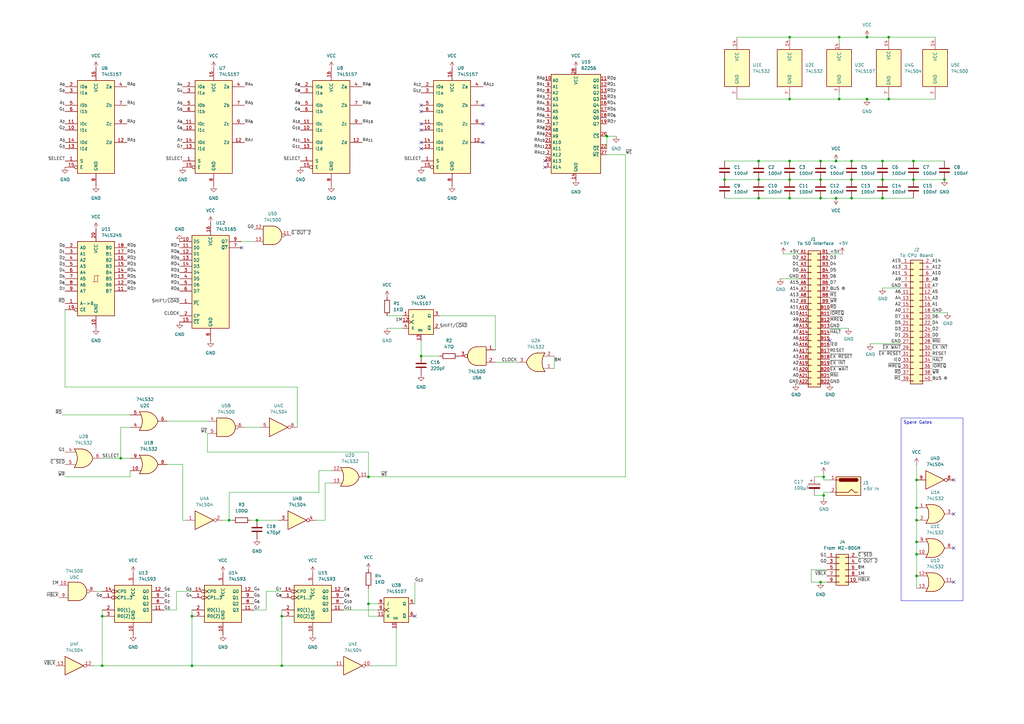
<source format=kicad_sch>
(kicad_sch (version 20250114) (generator "eeschema") (generator_version "9.0")
  (paper "A3")
  (title_block (title "Sharp MZ-80B Graphics RAM (2) + SD Interface") (date "13/FEB/2026") (rev "A") (company "Brett Hallen") (comment 1 "(Customised for MZ-80B without Extension Unit)") (comment 3 "https://github.com/yanataka60/MZ-2000_SD") (comment 4 "Original design & hard work"))
  (text_box "Spare Gates" (at 369.57 171.45 0) (size 25.4 74.93) (margins 0.9525 0.9525 0.9525 0.9525) (effects (font (size 1.27 1.27)) (justify left top)))
  (junction (at 115.57 273.05))
  (junction (at 349.25 81.28))
  (junction (at 361.95 66.04))
  (junction (at 342.9 81.28))
  (junction (at 375.92 208.28))
  (junction (at 349.25 73.66))
  (junction (at 151.13 247.65))
  (junction (at 323.85 15.24))
  (junction (at 344.17 40.64))
  (junction (at 349.25 66.04))
  (junction (at 311.15 81.28))
  (junction (at 41.91 273.05))
  (junction (at 374.65 66.04))
  (junction (at 364.49 40.64))
  (junction (at 337.82 195.58))
  (junction (at 344.17 15.24))
  (junction (at 337.82 203.2))
  (junction (at 172.72 146.05))
  (junction (at 342.9 66.04))
  (junction (at 49.53 187.96))
  (junction (at 364.49 15.24))
  (junction (at 336.55 66.04))
  (junction (at 355.6 15.24))
  (junction (at 374.65 73.66))
  (junction (at 151.13 195.58))
  (junction (at 375.92 236.22))
  (junction (at 355.6 40.64))
  (junction (at 375.92 227.33))
  (junction (at 375.92 222.25))
  (junction (at 375.92 213.36))
  (junction (at 323.85 73.66))
  (junction (at 93.98 213.36))
  (junction (at 361.95 81.28))
  (junction (at 361.95 73.66))
  (junction (at 311.15 73.66))
  (junction (at 387.35 73.66))
  (junction (at 336.55 73.66))
  (junction (at 323.85 81.28))
  (junction (at 375.92 196.85))
  (junction (at 336.55 81.28))
  (junction (at 297.18 73.66))
  (junction (at 248.92 55.88))
  (junction (at 115.57 252.73))
  (junction (at 323.85 40.64))
  (junction (at 311.15 66.04))
  (junction (at 78.74 273.05))
  (junction (at 105.41 213.36))
  (junction (at 336.55 238.76))
  (junction (at 323.85 66.04))
  (junction (at 78.74 252.73))
  (junction (at 41.91 252.73))
  (no_connect (at 391.16 196.85))
  (no_connect (at 198.12 58.42))
  (no_connect (at 198.12 43.18))
  (no_connect (at 172.72 58.42))
  (no_connect (at 391.16 238.76))
  (no_connect (at 340.36 139.7))
  (no_connect (at 172.72 53.34))
  (no_connect (at 172.72 60.96))
  (no_connect (at 391.16 210.82))
  (no_connect (at 198.12 50.8))
  (no_connect (at 172.72 45.72))
  (no_connect (at 172.72 43.18))
  (no_connect (at 223.52 68.58))
  (no_connect (at 391.16 224.79))
  (no_connect (at 99.06 101.6))
  (no_connect (at 172.72 50.8))
  (no_connect (at 223.52 66.04))
  (no_connect (at 170.18 252.73))
  (wire (pts (xy 151.13 185.42) (xy 151.13 195.58)))
  (wire (pts (xy 227.33 146.05) (xy 227.33 151.13)))
  (wire (pts (xy 248.92 55.88) (xy 248.92 60.96)))
  (wire (pts (xy 323.85 15.24) (xy 344.17 15.24)))
  (wire (pts (xy 297.18 66.04) (xy 311.15 66.04)))
  (wire (pts (xy 248.92 55.88) (xy 252.73 55.88)))
  (wire (pts (xy 344.17 15.24) (xy 344.17 17.78)))
  (wire (pts (xy 115.57 273.05) (xy 137.16 273.05)))
  (wire (pts (xy 336.55 66.04) (xy 342.9 66.04)))
  (wire (pts (xy 332.74 233.68) (xy 332.74 238.76)))
  (wire (pts (xy 53.34 195.58) (xy 53.34 193.04)))
  (wire (pts (xy 340.36 134.62) (xy 347.98 134.62)))
  (wire (pts (xy 361.95 81.28) (xy 374.65 81.28)))
  (wire (pts (xy 74.93 213.36) (xy 76.2 213.36)))
  (wire (pts (xy 151.13 195.58) (xy 256.54 195.58)))
  (wire (pts (xy 74.93 190.5) (xy 68.58 190.5)))
  (wire (pts (xy 203.2 129.54) (xy 203.2 143.51)))
  (wire (pts (xy 349.25 73.66) (xy 361.95 73.66)))
  (wire (pts (xy 361.95 73.66) (xy 374.65 73.66)))
  (wire (pts (xy 323.85 73.66) (xy 336.55 73.66)))
  (wire (pts (xy 151.13 241.3) (xy 151.13 247.65)))
  (wire (pts (xy 78.74 273.05) (xy 115.57 273.05)))
  (wire (pts (xy 326.39 157.48) (xy 327.66 157.48)))
  (wire (pts (xy 302.26 40.64) (xy 323.85 40.64)))
  (wire (pts (xy 336.55 73.66) (xy 349.25 73.66)))
  (wire (pts (xy 337.82 203.2) (xy 337.82 201.93)))
  (wire (pts (xy 114.3 213.36) (xy 105.41 213.36)))
  (wire (pts (xy 154.94 252.73) (xy 151.13 252.73)))
  (wire (pts (xy 74.93 213.36) (xy 74.93 190.5)))
  (wire (pts (xy 172.72 139.7) (xy 172.72 146.05)))
  (wire (pts (xy 170.18 247.65) (xy 170.18 238.76)))
  (wire (pts (xy 105.41 213.36) (xy 102.87 213.36)))
  (wire (pts (xy 129.54 213.36) (xy 133.35 213.36)))
  (wire (pts (xy 355.6 40.64) (xy 364.49 40.64)))
  (wire (pts (xy 337.82 204.47) (xy 337.82 203.2)))
  (wire (pts (xy 337.82 195.58) (xy 337.82 196.85)))
  (wire (pts (xy 152.4 273.05) (xy 162.56 273.05)))
  (wire (pts (xy 349.25 81.28) (xy 361.95 81.28)))
  (wire (pts (xy 344.17 15.24) (xy 355.6 15.24)))
  (wire (pts (xy 375.92 213.36) (xy 375.92 222.25)))
  (wire (pts (xy 311.15 81.28) (xy 323.85 81.28)))
  (wire (pts (xy 248.92 63.5) (xy 256.54 63.5)))
  (wire (pts (xy 323.85 81.28) (xy 336.55 81.28)))
  (wire (pts (xy 78.74 250.19) (xy 78.74 252.73)))
  (wire (pts (xy 115.57 250.19) (xy 115.57 252.73)))
  (wire (pts (xy 26.67 195.58) (xy 53.34 195.58)))
  (wire (pts (xy 85.09 177.8) (xy 85.09 185.42)))
  (wire (pts (xy 349.25 66.04) (xy 361.95 66.04)))
  (wire (pts (xy 115.57 252.73) (xy 115.57 273.05)))
  (wire (pts (xy 25.4 170.18) (xy 53.34 170.18)))
  (wire (pts (xy 374.65 73.66) (xy 387.35 73.66)))
  (wire (pts (xy 297.18 73.66) (xy 311.15 73.66)))
  (wire (pts (xy 26.67 158.75) (xy 121.92 158.75)))
  (wire (pts (xy 72.39 250.19) (xy 72.39 242.57)))
  (wire (pts (xy 133.35 213.36) (xy 133.35 198.12)))
  (wire (pts (xy 106.68 175.26) (xy 100.33 175.26)))
  (wire (pts (xy 158.75 129.54) (xy 165.1 129.54)))
  (wire (pts (xy 256.54 63.5) (xy 256.54 195.58)))
  (wire (pts (xy 337.82 196.85) (xy 340.36 196.85)))
  (wire (pts (xy 375.92 236.22) (xy 375.92 241.3)))
  (wire (pts (xy 342.9 66.04) (xy 349.25 66.04)))
  (wire (pts (xy 302.26 15.24) (xy 323.85 15.24)))
  (wire (pts (xy 375.92 227.33) (xy 375.92 236.22)))
  (wire (pts (xy 321.31 104.14) (xy 327.66 104.14)))
  (wire (pts (xy 375.92 222.25) (xy 375.92 227.33)))
  (wire (pts (xy 151.13 247.65) (xy 154.94 247.65)))
  (wire (pts (xy 135.89 193.04) (xy 130.81 193.04)))
  (wire (pts (xy 323.85 40.64) (xy 344.17 40.64)))
  (wire (pts (xy 344.17 38.1) (xy 344.17 40.64)))
  (wire (pts (xy 339.09 233.68) (xy 332.74 233.68)))
  (wire (pts (xy 93.98 201.93) (xy 93.98 213.36)))
  (wire (pts (xy 85.09 172.72) (xy 68.58 172.72)))
  (wire (pts (xy 180.34 129.54) (xy 203.2 129.54)))
  (wire (pts (xy 320.04 114.3) (xy 327.66 114.3)))
  (wire (pts (xy 26.67 127) (xy 26.67 158.75)))
  (wire (pts (xy 109.22 242.57) (xy 115.57 242.57)))
  (wire (pts (xy 356.87 140.97) (xy 369.57 140.97)))
  (wire (pts (xy 158.75 134.62) (xy 165.1 134.62)))
  (wire (pts (xy 336.55 81.28) (xy 342.9 81.28)))
  (wire (pts (xy 109.22 250.19) (xy 109.22 242.57)))
  (wire (pts (xy 95.25 213.36) (xy 93.98 213.36)))
  (wire (pts (xy 311.15 66.04) (xy 323.85 66.04)))
  (wire (pts (xy 364.49 40.64) (xy 383.54 40.64)))
  (wire (pts (xy 387.35 66.04) (xy 374.65 66.04)))
  (wire (pts (xy 323.85 66.04) (xy 336.55 66.04)))
  (wire (pts (xy 53.34 175.26) (xy 49.53 175.26)))
  (wire (pts (xy 41.91 250.19) (xy 41.91 252.73)))
  (wire (pts (xy 39.37 242.57) (xy 41.91 242.57)))
  (wire (pts (xy 38.1 273.05) (xy 41.91 273.05)))
  (wire (pts (xy 130.81 193.04) (xy 130.81 201.93)))
  (wire (pts (xy 334.01 203.2) (xy 337.82 203.2)))
  (wire (pts (xy 311.15 73.66) (xy 323.85 73.66)))
  (wire (pts (xy 41.91 252.73) (xy 41.91 273.05)))
  (wire (pts (xy 369.57 118.11) (xy 361.95 118.11)))
  (wire (pts (xy 336.55 238.76) (xy 332.74 238.76)))
  (wire (pts (xy 104.14 250.19) (xy 109.22 250.19)))
  (wire (pts (xy 336.55 238.76) (xy 339.09 238.76)))
  (wire (pts (xy 93.98 213.36) (xy 91.44 213.36)))
  (wire (pts (xy 121.92 158.75) (xy 121.92 175.26)))
  (wire (pts (xy 67.31 250.19) (xy 72.39 250.19)))
  (wire (pts (xy 355.6 15.24) (xy 364.49 15.24)))
  (wire (pts (xy 78.74 252.73) (xy 78.74 273.05)))
  (wire (pts (xy 375.92 196.85) (xy 375.92 208.28)))
  (wire (pts (xy 334.01 195.58) (xy 337.82 195.58)))
  (wire (pts (xy 72.39 242.57) (xy 78.74 242.57)))
  (wire (pts (xy 49.53 187.96) (xy 41.91 187.96)))
  (wire (pts (xy 151.13 247.65) (xy 151.13 252.73)))
  (wire (pts (xy 41.91 273.05) (xy 78.74 273.05)))
  (wire (pts (xy 337.82 194.31) (xy 337.82 195.58)))
  (wire (pts (xy 340.36 104.14) (xy 345.44 104.14)))
  (wire (pts (xy 375.92 190.5) (xy 375.92 196.85)))
  (wire (pts (xy 212.09 148.59) (xy 203.2 148.59)))
  (wire (pts (xy 382.27 128.27) (xy 388.62 128.27)))
  (wire (pts (xy 162.56 273.05) (xy 162.56 257.81)))
  (wire (pts (xy 375.92 208.28) (xy 375.92 213.36)))
  (wire (pts (xy 49.53 175.26) (xy 49.53 187.96)))
  (wire (pts (xy 337.82 201.93) (xy 340.36 201.93)))
  (wire (pts (xy 364.49 15.24) (xy 383.54 15.24)))
  (wire (pts (xy 53.34 187.96) (xy 49.53 187.96)))
  (wire (pts (xy 342.9 81.28) (xy 349.25 81.28)))
  (wire (pts (xy 297.18 81.28) (xy 311.15 81.28)))
  (wire (pts (xy 361.95 66.04) (xy 374.65 66.04)))
  (wire (pts (xy 130.81 201.93) (xy 93.98 201.93)))
  (wire (pts (xy 172.72 146.05) (xy 180.34 146.05)))
  (wire (pts (xy 133.35 198.12) (xy 135.89 198.12)))
  (wire (pts (xy 344.17 40.64) (xy 355.6 40.64)))
  (wire (pts (xy 140.97 250.19) (xy 154.94 250.19)))
  (wire (pts (xy 85.09 185.42) (xy 151.13 185.42)))
  (wire (pts (xy 99.06 99.06) (xy 104.14 99.06)))
  (label "A_{9}" (at 123.19 43.18 180))
  (label "RD_{5}" (at 248.92 45.72 0))
  (label "D4" (at 340.36 109.22 0))
  (label "RA_{9}" (at 148.59 43.18 0))
  (label "A10" (at 382.27 113.03 0))
  (label "~{HALT}" (at 340.36 137.16 0))
  (label "RA_{9}" (at 223.52 55.88 180))
  (label "G_{6}" (at 74.93 53.34 180))
  (label "BUS Φ" (at 382.27 156.21 0))
  (label "RD_{1}" (at 52.07 104.14 0))
  (label "~{VBLK}" (at 339.09 236.22 180))
  (label "A4" (at 369.57 123.19 180))
  (label "RA_{11}" (at 223.52 60.96 180))
  (label "RA_{2}" (at 223.52 38.1 180))
  (label "G_{10}" (at 123.19 53.34 180))
  (label "A11" (at 327.66 127 180))
  (label "A0" (at 327.66 154.94 180))
  (label "~{EX RESET}" (at 369.57 146.05 180))
  (label "RD_{0}" (at 52.07 101.6 0))
  (label "A5" (at 382.27 120.65 0))
  (label "RD_{4}" (at 73.66 109.22 180))
  (label "RD_{1}" (at 248.92 35.56 0))
  (label "RA_{10}" (at 148.59 50.8 0))
  (label "G_{2}" (at 67.31 247.65 0))
  (label "G_{11}" (at 123.19 60.96 180))
  (label "A_{1}" (at 26.67 43.18 180))
  (label "D_{5}" (at 26.67 114.3 180))
  (label "D1" (at 369.57 138.43 180))
  (label "A_{2}" (at 26.67 50.8 180))
  (label "A1" (at 327.66 152.4 180))
  (label "IE0" (at 340.36 142.24 0))
  (label "RD_{3}" (at 248.92 40.64 0))
  (label "SELECT" (at 123.19 66.04 180))
  (label "~{EX RESET}" (at 340.36 147.32 0))
  (label "G_{4}" (at 104.14 242.57 0))
  (label "~{WE}" (at 85.09 177.8 180))
  (label "RA_{12}" (at 223.52 63.5 180))
  (label "RA_{8}" (at 148.59 35.56 0))
  (label "RD_{7}" (at 73.66 101.6 180))
  (label "~{WE}" (at 256.54 63.5 0))
  (label "G_{9}" (at 140.97 245.11 0))
  (label "D2" (at 382.27 135.89 0))
  (label "~{RD}" (at 25.4 170.18 180))
  (label "SELECT" (at 26.67 66.04 180))
  (label "G_{12}" (at 172.72 38.1 180))
  (label "A7" (at 327.66 137.16 180))
  (label "RA_{1}" (at 223.52 35.56 180))
  (label "RA_{1}" (at 52.07 43.18 0))
  (label "G_{1}" (at 26.67 45.72 180))
  (label "G_{10}" (at 140.97 247.65 0))
  (label "D_{1}" (at 26.67 104.14 180))
  (label "A15" (at 369.57 107.95 180))
  (label "G_{4}" (at 74.93 38.1 180))
  (label "8M" (at 227.33 148.59 0))
  (label "D5" (at 369.57 133.35 180))
  (label "1M" (at 165.1 132.08 180))
  (label "G0" (at 339.09 231.14 180))
  (label "D7" (at 369.57 130.81 180))
  (label "D4" (at 382.27 133.35 0))
  (label "A_{12}" (at 172.72 35.56 180))
  (label "~{G OUT 2}" (at 351.79 231.14 0))
  (label "RD_{2}" (at 73.66 114.3 180))
  (label "D7" (at 340.36 116.84 0))
  (label "D1" (at 327.66 109.22 180))
  (label "A7" (at 382.27 118.11 0))
  (label "A1" (at 382.27 125.73 0))
  (label "A12" (at 382.27 110.49 0))
  (label "A9" (at 327.66 132.08 180))
  (label "GND" (at 382.27 128.27 0))
  (label "G_{8}" (at 123.19 38.1 180))
  (label "RD_{1}" (at 73.66 116.84 180))
  (label "G_{3}" (at 67.31 250.19 0))
  (label "8M" (at 351.79 233.68 0))
  (label "GND" (at 369.57 140.97 180))
  (label "~{IOREQ}" (at 340.36 129.54 0))
  (label "A10" (at 327.66 129.54 180))
  (label "~{EX WAIT}" (at 340.36 152.4 0))
  (label "D_{0}" (at 26.67 101.6 180))
  (label "A_{5}" (at 74.93 43.18 180))
  (label "D5" (at 340.36 111.76 0))
  (label "GND" (at 369.57 118.11 180))
  (label "RA_{12}" (at 198.12 35.56 0))
  (label "G_{0}" (at 67.31 242.57 0))
  (label "RESET" (at 340.36 144.78 0))
  (label "G_{5}" (at 104.14 245.11 0))
  (label "~{HALT}" (at 382.27 148.59 0))
  (label "~{IOREQ}" (at 382.27 151.13 0))
  (label "~{C SED}" (at 351.79 228.6 0))
  (label "~{M1}" (at 369.57 156.21 180))
  (label "~{G OUT 2}" (at 119.38 96.52 0))
  (label "A3" (at 382.27 123.19 0))
  (label "RD_{6}" (at 248.92 48.26 0))
  (label "A0" (at 369.57 128.27 180))
  (label "RA_{6}" (at 100.33 50.8 0))
  (label "G_{7}" (at 74.93 60.96 180))
  (label "G1" (at 26.67 185.42 180))
  (label "RD_{6}" (at 52.07 116.84 0))
  (label "GND" (at 327.66 114.3 180))
  (label "G_{8}" (at 140.97 242.57 0))
  (label "A_{10}" (at 123.19 50.8 180))
  (label "A15" (at 327.66 116.84 180))
  (label "RA_{10}" (at 223.52 58.42 180))
  (label "A2" (at 369.57 125.73 180))
  (label "A_{7}" (at 74.93 58.42 180))
  (label "RD_{4}" (at 52.07 111.76 0))
  (label "G_{7}" (at 104.14 250.19 0))
  (label "D6" (at 382.27 130.81 0))
  (label "G_{0}" (at 26.67 38.1 180))
  (label "~{RD}" (at 369.57 153.67 180))
  (label "~{WE}" (at 156.21 195.58 0))
  (label "SELECT" (at 74.93 66.04 180))
  (label "~{MNI}" (at 382.27 140.97 0))
  (label "~{EX INT}" (at 340.36 149.86 0))
  (label "RA_{3}" (at 52.07 58.42 0))
  (label "G_{11}" (at 140.97 250.19 0))
  (label "GND" (at 327.66 157.48 180))
  (label "A14" (at 382.27 107.95 0))
  (label "RD_{5}" (at 52.07 114.3 0))
  (label "~{WR}" (at 340.36 124.46 0))
  (label "G_{8}" (at 115.57 245.11 180))
  (label "A_{0}" (at 26.67 35.56 180))
  (label "RA_{4}" (at 100.33 35.56 0))
  (label "~{HBLK}" (at 24.13 245.11 180))
  (label "A13" (at 327.66 121.92 180))
  (label "D6" (at 340.36 114.3 0))
  (label "G1" (at 339.09 228.6 180))
  (label "RA_{3}" (at 223.52 40.64 180))
  (label "RA_{6}" (at 223.52 48.26 180))
  (label "RA_{7}" (at 100.33 58.42 0))
  (label "A13" (at 369.57 110.49 180))
  (label "RD_{3}" (at 73.66 111.76 180))
  (label "IE0" (at 369.57 148.59 180))
  (label "D_{7}" (at 26.67 119.38 180))
  (label "D_{4}" (at 26.67 111.76 180))
  (label "~{M1}" (at 340.36 121.92 0))
  (label "A8" (at 382.27 115.57 0))
  (label "RD_{3}" (at 52.07 109.22 0))
  (label "~{RD}" (at 340.36 127 0))
  (label "~{WR}" (at 26.67 195.58 180))
  (label "RD_{4}" (at 248.92 43.18 0))
  (label "D3" (at 369.57 135.89 180))
  (label "GND" (at 340.36 157.48 0))
  (label "RA_{4}" (at 223.52 43.18 180))
  (label "G_{5}" (at 74.93 45.72 180))
  (label "RD_{7}" (at 52.07 119.38 0))
  (label "~{RD}" (at 26.67 124.46 180))
  (label "A_{6}" (at 74.93 50.8 180))
  (label "RA_{2}" (at 52.07 50.8 0))
  (label "G_{1}" (at 67.31 245.11 0))
  (label "A3" (at 327.66 147.32 180))
  (label "RA_{11}" (at 148.59 58.42 0))
  (label "RD_{0}" (at 248.92 33.02 0))
  (label "G_{4}" (at 78.74 245.11 180))
  (label "~{WR}" (at 382.27 153.67 0))
  (label "G0" (at 104.14 93.98 180))
  (label "RA_{0}" (at 223.52 33.02 180))
  (label "G_{12}" (at 170.18 238.76 0))
  (label "RA_{8}" (at 223.52 53.34 180))
  (label "A_{3}" (at 26.67 58.42 180))
  (label "G_{7}" (at 113.03 242.57 0))
  (label "GND" (at 340.36 134.62 0))
  (label "D2" (at 327.66 106.68 180))
  (label "RA_{0}" (at 52.07 35.56 0))
  (label "BUS Φ" (at 340.36 119.38 0))
  (label "SELECT" (at 172.72 66.04 180))
  (label "D3" (at 340.36 106.68 0))
  (label "~{HBLK}" (at 351.79 238.76 0))
  (label "CLOCK" (at 73.66 129.54 180))
  (label "SELECT" (at 41.91 187.96 0))
  (label "SHIFT{slash}~{LOAD}" (at 73.66 124.46 180))
  (label "D0" (at 327.66 111.76 180))
  (label "G_{3}" (at 26.67 60.96 180))
  (label "D_{2}" (at 26.67 106.68 180))
  (label "~{EX INT}" (at 382.27 143.51 0))
  (label "A8" (at 327.66 134.62 180))
  (label "RD_{2}" (at 52.07 106.68 0))
  (label "+5V" (at 340.36 104.14 0))
  (label "~{EX WAIT}" (at 369.57 143.51 180))
  (label "RD_{2}" (at 248.92 38.1 0))
  (label "RD_{0}" (at 73.66 119.38 180))
  (label "D_{3}" (at 26.67 109.22 180))
  (label "RD_{7}" (at 248.92 50.8 0))
  (label "A_{11}" (at 123.19 58.42 180))
  (label "G_{0}" (at 41.91 245.11 180))
  (label "A_{4}" (at 74.93 35.56 180))
  (label "G_{2}" (at 26.67 53.34 180))
  (label "A14" (at 327.66 119.38 180))
  (label "RD_{5}" (at 73.66 106.68 180))
  (label "+5V" (at 327.66 104.14 180))
  (label "G_{9}" (at 123.19 45.72 180))
  (label "RD_{6}" (at 73.66 104.14 180))
  (label "~{MNI}" (at 340.36 154.94 0))
  (label "CLOCK" (at 205.74 148.59 0))
  (label "SHIFT{slash}~{LOAD}" (at 180.34 134.62 0))
  (label "1M" (at 351.79 236.22 0))
  (label "G_{6}" (at 104.14 247.65 0))
  (label "G_{3}" (at 76.2 242.57 0))
  (label "A6" (at 327.66 139.7 180))
  (label "A11" (at 369.57 113.03 180))
  (label "RA_{5}" (at 100.33 43.18 0))
  (label "RESET" (at 382.27 146.05 0))
  (label "~{C SED}" (at 26.67 190.5 180))
  (label "1M" (at 24.13 240.03 180))
  (label "~{MREQ}" (at 369.57 151.13 180))
  (label "D0" (at 382.27 138.43 0))
  (label "D_{6}" (at 26.67 116.84 180))
  (label "~{VBLK}" (at 22.86 273.05 180))
  (label "A_{8}" (at 123.19 35.56 180))
  (label "RA_{5}" (at 223.52 45.72 180))
  (label "A6" (at 369.57 120.65 180))
  (label "A9" (at 369.57 115.57 180))
  (label "A4" (at 327.66 144.78 180))
  (label "RA_{7}" (at 223.52 50.8 180))
  (label "A5" (at 327.66 142.24 180))
  (label "A2" (at 327.66 149.86 180))
  (label "~{MREQ}" (at 340.36 132.08 0))
  (label "A12" (at 327.66 124.46 180))
  (symbol (lib_id "Connector_Generic:Conn_02x22_Row_Letter_First") (at 332.74 129.54 0) (unit 1)
    (property "Reference" "J1" (at 333.502 98.044 0))
    (property "Value" "To SD Interface" (at 334.518 99.822 0))
    (property "Footprint" "Connector_PinHeader_2.54mm:PinHeader_2x22_P2.54mm_Vertical" (effects (hide yes)))
  )
  (symbol (lib_id "power:GND") (at 326.39 157.48 0) (unit 1)
    (property "Reference" "#PWR037" (effects (hide yes)))
    (property "Value" "GND" (at 326.517 161.8742 0))
  )
  (symbol (lib_id "Connector:Jack-DC") (at 347.98 199.39 0) (mirror y) (unit 1)
    (property "Reference" "J3" (at 353.822 198.12 0) (effects (justify right)))
    (property "Value" "+5V In" (at 353.822 200.4314 0) (effects (justify right)))
    (property "Footprint" "Connector_BarrelJack:BarrelJack_Horizontal" (effects (hide yes)))
  )
  (symbol (lib_id "power:GND") (at 337.82 204.47 0) (unit 1)
    (property "Reference" "#PWR041" (effects (hide yes)))
    (property "Value" "GND" (at 337.947 208.8642 0))
  )
  (symbol (lib_id "Connector_Generic:Conn_02x20_Odd_Even") (at 374.65 130.81 0) (unit 1)
    (property "Reference" "J2" (at 375.92 102.4382 0))
    (property "Value" "To CPU Board" (at 375.92 104.7496 0))
    (property "Footprint" "Connector_PinSocket_2.54mm:PinSocket_2x20_P2.54mm_Vertical" (effects (hide yes)))
  )
  (symbol (lib_id "Connector_Generic:Conn_02x05_Odd_Even") (at 344.17 233.68 0) (unit 1)
    (property "Reference" "J4" (at 345.44 222.25 0))
    (property "Value" "From MZ-80GM" (at 345.44 224.79 0))
    (property "Footprint" "Connector_PinHeader_2.54mm:PinHeader_2x05_P2.54mm_Vertical" (effects (hide yes)))
    (property "Description" "Generic connector, double row, 02x05, odd/even pin numbering scheme (row 1 odd numbers, row 2 even numbers), script generated (kicad-library-utils/schlib/autogen/connector/)" (effects (hide yes)))
  )
  (symbol (lib_id "power:GND") (at 54.61 260.35 0) (unit 1)
    (property "Reference" "#PWR048" (effects (hide yes)))
    (property "Value" "GND" (at 54.61 265.43 0))
    (property "Description" "Power symbol creates a global label with name \"GND\" , ground" (effects (hide yes)))
  )
  (symbol (lib_id "Device:C") (at 323.85 69.85 0) (unit 1)
    (property "Reference" "C3" (at 327.66 68.5799 0) (effects (justify left)))
    (property "Value" "100nF" (at 327.66 71.1199 0) (effects (justify left)))
    (property "Footprint" "Capacitor_THT:C_Disc_D3.8mm_W2.6mm_P2.50mm" (effects (hide yes)))
    (property "Description" "Unpolarized capacitor" (effects (hide yes)))
  )
  (symbol (lib_id "power:+5V") (at 337.82 194.31 0) (unit 1)
    (property "Reference" "#PWR040" (effects (hide yes)))
    (property "Value" "+5V" (at 338.201 189.9158 0))
  )
  (symbol (lib_id "power:GND") (at 388.62 128.27 0) (unit 1)
    (property "Reference" "#PWR029" (effects (hide yes)))
    (property "Value" "GND" (at 388.747 132.6642 0))
  )
  (symbol (lib_id "74xx:74LS157") (at 185.42 50.8 0) (unit 1)
    (property "Reference" "U9" (at 187.5633 27.94 0) (effects (justify left)))
    (property "Value" "74LS157" (at 187.5633 30.48 0) (effects (justify left)))
    (property "Footprint" "Package_DIP:DIP-16_W7.62mm" (effects (hide yes)))
    (property "Datasheet" "http://www.ti.com/lit/gpn/sn74LS157" (effects (hide yes)))
    (property "Description" "Quad 2 to 1 line Multiplexer" (effects (hide yes)))
  )
  (symbol (lib_id "power:GND") (at 73.66 132.08 0) (unit 1)
    (property "Reference" "#PWR030" (effects (hide yes)))
    (property "Value" "GND" (at 73.66 137.16 0))
    (property "Description" "Power symbol creates a global label with name \"GND\" , ground" (effects (hide yes)))
  )
  (symbol (lib_id "74xx:74LS32") (at 60.96 190.5 0) (unit 3)
    (property "Reference" "U2" (at 59.436 166.37 0))
    (property "Value" "74LS32" (at 60.96 184.15 0))
    (property "Footprint" "Package_DIP:DIP-14_W7.62mm" (effects (hide yes)))
    (property "Datasheet" "http://www.ti.com/lit/gpn/sn74LS32" (effects (hide yes)))
    (property "Description" "Quad 2-input OR" (effects (hide yes)))
  )
  (symbol (lib_id "74xx:74LS157") (at 87.63 50.8 0) (unit 1)
    (property "Reference" "U7" (at 89.7733 27.94 0) (effects (justify left)))
    (property "Value" "74LS157" (at 89.7733 30.48 0) (effects (justify left)))
    (property "Footprint" "Package_DIP:DIP-16_W7.62mm" (effects (hide yes)))
    (property "Datasheet" "http://www.ti.com/lit/gpn/sn74LS157" (effects (hide yes)))
    (property "Description" "Quad 2 to 1 line Multiplexer" (effects (hide yes)))
  )
  (symbol (lib_id "Memory_RAM:CY62256-70PC") (at 236.22 50.8 0) (unit 1)
    (property "Reference" "U10" (at 238.3633 25.4 0) (effects (justify left)))
    (property "Value" "62256" (at 238.3633 27.94 0) (effects (justify left)))
    (property "Footprint" "Package_DIP:DIP-28_W15.24mm" (effects (hide yes)))
    (property "Datasheet" "https://ecee.colorado.edu/~mcclurel/Cypress_SRAM_CY62256.pdf" (effects (hide yes)))
    (property "Description" "256K (32K x 8) Static RAM, 70ns, DIP-28" (effects (hide yes)))
  )
  (symbol (lib_id "Device:C") (at 374.65 69.85 0) (unit 1)
    (property "Reference" "C7" (at 378.46 68.5799 0) (effects (justify left)))
    (property "Value" "100nF" (at 378.46 71.1199 0) (effects (justify left)))
    (property "Footprint" "Capacitor_THT:C_Disc_D3.8mm_W2.6mm_P2.50mm" (effects (hide yes)))
    (property "Description" "Unpolarized capacitor" (effects (hide yes)))
  )
  (symbol (lib_id "power:GND") (at 123.19 68.58 0) (unit 1)
    (property "Reference" "#PWR012" (effects (hide yes)))
    (property "Value" "GND" (at 123.19 73.66 0))
    (property "Description" "Power symbol creates a global label with name \"GND\" , ground" (effects (hide yes)))
  )
  (symbol (lib_id "power:VCC") (at 236.22 27.94 0) (unit 1)
    (property "Reference" "#PWR06" (effects (hide yes)))
    (property "Value" "VCC" (at 236.22 22.86 0))
    (property "Description" "Power symbol creates a global label with name \"VCC\"" (effects (hide yes)))
  )
  (symbol (lib_id "74xx:74LS32") (at 34.29 187.96 0) (unit 2)
    (property "Reference" "U2" (at 34.29 179.07 0))
    (property "Value" "74LS32" (at 34.29 181.61 0))
    (property "Footprint" "Package_DIP:DIP-14_W7.62mm" (effects (hide yes)))
    (property "Datasheet" "http://www.ti.com/lit/gpn/sn74LS32" (effects (hide yes)))
    (property "Description" "Quad 2-input OR" (effects (hide yes)))
  )
  (symbol (lib_id "power:VCC") (at 355.6 15.24 0) (unit 1)
    (property "Reference" "#PWR01" (effects (hide yes)))
    (property "Value" "VCC" (at 355.6 10.16 0))
    (property "Description" "Power symbol creates a global label with name \"VCC\"" (effects (hide yes)))
  )
  (symbol (lib_id "power:GND") (at 26.67 68.58 0) (unit 1)
    (property "Reference" "#PWR010" (effects (hide yes)))
    (property "Value" "GND" (at 26.67 73.66 0))
    (property "Description" "Power symbol creates a global label with name \"GND\" , ground" (effects (hide yes)))
  )
  (symbol (lib_id "74xx:74LS32") (at 143.51 195.58 0) (unit 4)
    (property "Reference" "U2" (at 143.51 186.69 0))
    (property "Value" "74LS32" (at 143.51 189.23 0))
    (property "Footprint" "Package_DIP:DIP-14_W7.62mm" (effects (hide yes)))
    (property "Datasheet" "http://www.ti.com/lit/gpn/sn74LS32" (effects (hide yes)))
    (property "Description" "Quad 2-input OR" (effects (hide yes)))
  )
  (symbol (lib_id "Device:C") (at 105.41 217.17 180) (unit 1)
    (property "Reference" "C18" (at 109.22 215.8999 0) (effects (justify right)))
    (property "Value" "470pF" (at 109.22 218.4399 0) (effects (justify right)))
    (property "Footprint" "Capacitor_THT:C_Disc_D3.8mm_W2.6mm_P2.50mm" (effects (hide yes)))
    (property "Description" "Unpolarized capacitor" (effects (hide yes)))
  )
  (symbol (lib_id "Device:R") (at 158.75 125.73 0) (unit 1)
    (property "Reference" "R1" (at 161.29 124.4599 0) (effects (justify left)))
    (property "Value" "1KΩ" (at 161.29 126.9999 0) (effects (justify left)))
    (property "Footprint" "Resistor_THT:R_Axial_DIN0207_L6.3mm_D2.5mm_P7.62mm_Horizontal" (effects (hide yes)))
    (property "Description" "Resistor" (effects (hide yes)))
  )
  (symbol (lib_id "74xx:74LS04") (at 114.3 175.26 0) (unit 3)
    (property "Reference" "U4" (at 114.3 166.37 0))
    (property "Value" "74LS04" (at 114.3 168.91 0))
    (property "Footprint" "Package_DIP:DIP-14_W7.62mm" (effects (hide yes)))
    (property "Datasheet" "http://www.ti.com/lit/gpn/sn74LS04" (effects (hide yes)))
    (property "Description" "Hex Inverter" (effects (hide yes)))
  )
  (symbol (lib_id "74xx:74LS00") (at 383.54 27.94 0) (unit 5)
    (property "Reference" "U5" (at 389.89 26.6699 0) (effects (justify left)))
    (property "Value" "74LS00" (at 389.89 29.2099 0) (effects (justify left)))
    (property "Footprint" "Package_DIP:DIP-14_W7.62mm" (effects (hide yes)))
    (property "Datasheet" "http://www.ti.com/lit/gpn/sn74ls00" (effects (hide yes)))
    (property "Description" "quad 2-input NAND gate" (effects (hide yes)))
  )
  (symbol (lib_id "74xx:74LS245") (at 39.37 114.3 0) (unit 1)
    (property "Reference" "U11" (at 41.5133 93.98 0) (effects (justify left)))
    (property "Value" "74LS245" (at 41.5133 96.52 0) (effects (justify left)))
    (property "Footprint" "Package_DIP:DIP-20_W7.62mm" (effects (hide yes)))
    (property "Datasheet" "http://www.ti.com/lit/gpn/sn74LS245" (effects (hide yes)))
    (property "Description" "Octal BUS Transceivers, 3-State outputs" (effects (hide yes)))
  )
  (symbol (lib_id "power:GND") (at 105.41 220.98 0) (unit 1)
    (property "Reference" "#PWR042" (effects (hide yes)))
    (property "Value" "GND" (at 105.41 226.06 0))
    (property "Description" "Power symbol creates a global label with name \"GND\" , ground" (effects (hide yes)))
  )
  (symbol (lib_id "Device:C") (at 336.55 77.47 0) (unit 1)
    (property "Reference" "C12" (at 340.36 76.1999 0) (effects (justify left)))
    (property "Value" "100nF" (at 340.36 78.7399 0) (effects (justify left)))
    (property "Footprint" "Capacitor_THT:C_Disc_D3.8mm_W2.6mm_P2.50mm" (effects (hide yes)))
    (property "Description" "Unpolarized capacitor" (effects (hide yes)))
  )
  (symbol (lib_id "74xx:74LS93") (at 128.27 247.65 0) (unit 1)
    (property "Reference" "U15" (at 130.4133 234.95 0) (effects (justify left)))
    (property "Value" "74LS93" (at 130.4133 237.49 0) (effects (justify left)))
    (property "Footprint" "Package_DIP:DIP-14_W7.62mm" (effects (hide yes)))
    (property "Datasheet" "http://www.ti.com/lit/gpn/sn74LS93" (effects (hide yes)))
    (property "Description" "Divide by 2 & 8 counter" (effects (hide yes)))
  )
  (symbol (lib_id "power:VCC") (at 135.89 27.94 0) (unit 1)
    (property "Reference" "#PWR04" (effects (hide yes)))
    (property "Value" "VCC" (at 135.89 22.86 0))
    (property "Description" "Power symbol creates a global label with name \"VCC\"" (effects (hide yes)))
  )
  (symbol (lib_id "power:VCC") (at 342.9 81.28 180) (unit 1)
    (property "Reference" "#PWR020" (effects (hide yes)))
    (property "Value" "VCC" (at 342.9 86.36 0))
    (property "Description" "Power symbol creates a global label with name \"VCC\"" (effects (hide yes)))
  )
  (symbol (lib_id "power:VCC") (at 375.92 190.5 0) (unit 1)
    (property "Reference" "#PWR039" (effects (hide yes)))
    (property "Value" "VCC" (at 375.92 185.42 0))
    (property "Description" "Power symbol creates a global label with name \"VCC\"" (effects (hide yes)))
  )
  (symbol (lib_id "74xx:74LS32") (at 383.54 238.76 0) (unit 4)
    (property "Reference" "U1" (at 383.54 229.87 0))
    (property "Value" "74LS32" (at 383.54 232.41 0))
    (property "Footprint" "Package_DIP:DIP-14_W7.62mm" (effects (hide yes)))
    (property "Datasheet" "http://www.ti.com/lit/gpn/sn74LS32" (effects (hide yes)))
    (property "Description" "Quad 2-input OR" (effects (hide yes)))
  )
  (symbol (lib_id "power:+5V") (at 321.31 104.14 0) (unit 1)
    (property "Reference" "#PWR024" (effects (hide yes)))
    (property "Value" "+5V" (at 321.691 99.7458 0))
  )
  (symbol (lib_id "74xx:74LS04") (at 383.54 196.85 0) (unit 4)
    (property "Reference" "U4" (at 383.54 187.96 0))
    (property "Value" "74LS04" (at 383.54 190.5 0))
    (property "Footprint" "Package_DIP:DIP-14_W7.62mm" (effects (hide yes)))
    (property "Datasheet" "http://www.ti.com/lit/gpn/sn74LS04" (effects (hide yes)))
    (property "Description" "Hex Inverter" (effects (hide yes)))
  )
  (symbol (lib_id "Device:C_Polarized") (at 334.01 199.39 0) (unit 1)
    (property "Reference" "C17" (at 325.628 197.612 0) (effects (justify left)))
    (property "Value" "100µF" (at 325.628 200.152 0) (effects (justify left)))
    (property "Footprint" "Capacitor_THT:CP_Radial_D5.0mm_P2.50mm" (effects (hide yes)))
    (property "Description" "Polarized capacitor" (effects (hide yes)))
  )
  (symbol (lib_id "Device:C") (at 349.25 69.85 0) (unit 1)
    (property "Reference" "C5" (at 353.06 68.5799 0) (effects (justify left)))
    (property "Value" "100nF" (at 353.06 71.1199 0) (effects (justify left)))
    (property "Footprint" "Capacitor_THT:C_Disc_D3.8mm_W2.6mm_P2.50mm" (effects (hide yes)))
    (property "Description" "Unpolarized capacitor" (effects (hide yes)))
  )
  (symbol (lib_id "power:VCC") (at 342.9 66.04 0) (unit 1)
    (property "Reference" "#PWR09" (effects (hide yes)))
    (property "Value" "VCC" (at 342.9 60.96 0))
    (property "Description" "Power symbol creates a global label with name \"VCC\"" (effects (hide yes)))
  )
  (symbol (lib_id "power:GND") (at 185.42 76.2 0) (unit 1)
    (property "Reference" "#PWR019" (effects (hide yes)))
    (property "Value" "GND" (at 185.42 81.28 0))
    (property "Description" "Power symbol creates a global label with name \"GND\" , ground" (effects (hide yes)))
  )
  (symbol (lib_id "power:GND") (at 347.98 134.62 0) (unit 1)
    (property "Reference" "#PWR033" (effects (hide yes)))
    (property "Value" "GND" (at 348.107 139.0142 0))
  )
  (symbol (lib_id "Device:C") (at 361.95 77.47 0) (unit 1)
    (property "Reference" "C14" (at 365.76 76.1999 0) (effects (justify left)))
    (property "Value" "100nF" (at 365.76 78.7399 0) (effects (justify left)))
    (property "Footprint" "Capacitor_THT:C_Disc_D3.8mm_W2.6mm_P2.50mm" (effects (hide yes)))
    (property "Description" "Unpolarized capacitor" (effects (hide yes)))
  )
  (symbol (lib_id "Device:C") (at 336.55 69.85 0) (unit 1)
    (property "Reference" "C4" (at 340.36 68.5799 0) (effects (justify left)))
    (property "Value" "100nF" (at 340.36 71.1199 0) (effects (justify left)))
    (property "Footprint" "Capacitor_THT:C_Disc_D3.8mm_W2.6mm_P2.50mm" (effects (hide yes)))
    (property "Description" "Unpolarized capacitor" (effects (hide yes)))
  )
  (symbol (lib_id "74xx:74LS93") (at 54.61 247.65 0) (unit 1)
    (property "Reference" "U13" (at 56.7533 234.95 0) (effects (justify left)))
    (property "Value" "74LS93" (at 56.7533 237.49 0) (effects (justify left)))
    (property "Footprint" "Package_DIP:DIP-14_W7.62mm" (effects (hide yes)))
    (property "Datasheet" "http://www.ti.com/lit/gpn/sn74LS93" (effects (hide yes)))
    (property "Description" "Divide by 2 & 8 counter" (effects (hide yes)))
  )
  (symbol (lib_id "74xx:74LS00") (at 31.75 242.57 0) (mirror x) (unit 3)
    (property "Reference" "U5" (at 30.48 236.728 0))
    (property "Value" "74LS00" (at 30.48 234.188 0))
    (property "Footprint" "Package_DIP:DIP-14_W7.62mm" (effects (hide yes)))
    (property "Datasheet" "http://www.ti.com/lit/gpn/sn74ls00" (effects (hide yes)))
    (property "Description" "quad 2-input NAND gate" (effects (hide yes)))
  )
  (symbol (lib_id "power:VCC") (at 185.42 27.94 0) (unit 1)
    (property "Reference" "#PWR05" (effects (hide yes)))
    (property "Value" "VCC" (at 185.42 22.86 0))
    (property "Description" "Power symbol creates a global label with name \"VCC\"" (effects (hide yes)))
  )
  (symbol (lib_id "74xx:74LS32") (at 383.54 210.82 0) (unit 1)
    (property "Reference" "U1" (at 383.54 201.93 0))
    (property "Value" "74LS32" (at 383.54 204.47 0))
    (property "Footprint" "Package_DIP:DIP-14_W7.62mm" (effects (hide yes)))
    (property "Datasheet" "http://www.ti.com/lit/gpn/sn74LS32" (effects (hide yes)))
    (property "Description" "Quad 2-input OR" (effects (hide yes)))
  )
  (symbol (lib_id "74xx:74LS32") (at 383.54 224.79 0) (unit 3)
    (property "Reference" "U1" (at 383.54 215.9 0))
    (property "Value" "74LS32" (at 383.54 218.44 0))
    (property "Footprint" "Package_DIP:DIP-14_W7.62mm" (effects (hide yes)))
    (property "Datasheet" "http://www.ti.com/lit/gpn/sn74LS32" (effects (hide yes)))
    (property "Description" "Quad 2-input OR" (effects (hide yes)))
  )
  (symbol (lib_id "Device:R") (at 151.13 237.49 0) (unit 1)
    (property "Reference" "R4" (at 153.67 236.2199 0) (effects (justify left)))
    (property "Value" "1KΩ" (at 153.67 238.7599 0) (effects (justify left)))
    (property "Footprint" "Resistor_THT:R_Axial_DIN0207_L6.3mm_D2.5mm_P7.62mm_Horizontal" (effects (hide yes)))
    (property "Description" "Resistor" (effects (hide yes)))
  )
  (symbol (lib_id "74xx:74LS165") (at 86.36 114.3 0) (unit 1)
    (property "Reference" "U12" (at 88.5033 91.44 0) (effects (justify left)))
    (property "Value" "74LS165" (at 88.5033 93.98 0) (effects (justify left)))
    (property "Footprint" "Package_DIP:DIP-16_W7.62mm" (effects (hide yes)))
    (property "Datasheet" "https://www.ti.com/lit/ds/symlink/sn74ls165a.pdf" (effects (hide yes)))
    (property "Description" "Shift Register 8-bit, parallel load" (effects (hide yes)))
  )
  (symbol (lib_id "power:GND") (at 172.72 68.58 0) (unit 1)
    (property "Reference" "#PWR013" (effects (hide yes)))
    (property "Value" "GND" (at 172.72 73.66 0))
    (property "Description" "Power symbol creates a global label with name \"GND\" , ground" (effects (hide yes)))
  )
  (symbol (lib_id "power:GND") (at 361.95 118.11 0) (unit 1)
    (property "Reference" "#PWR027" (effects (hide yes)))
    (property "Value" "GND" (at 362.077 122.5042 0))
  )
  (symbol (lib_id "74xx:74LS32") (at 323.85 27.94 0) (unit 5)
    (property "Reference" "U2" (at 330.2 26.6699 0) (effects (justify left)))
    (property "Value" "74LS32" (at 330.2 29.2099 0) (effects (justify left)))
    (property "Footprint" "Package_DIP:DIP-14_W7.62mm" (effects (hide yes)))
    (property "Datasheet" "http://www.ti.com/lit/gpn/sn74LS32" (effects (hide yes)))
    (property "Description" "Quad 2-input OR" (effects (hide yes)))
  )
  (symbol (lib_id "power:+5V") (at 345.44 104.14 0) (unit 1)
    (property "Reference" "#PWR025" (effects (hide yes)))
    (property "Value" "+5V" (at 345.821 99.7458 0))
  )
  (symbol (lib_id "power:VCC") (at 91.44 234.95 0) (unit 1)
    (property "Reference" "#PWR045" (effects (hide yes)))
    (property "Value" "VCC" (at 91.44 229.87 0))
    (property "Description" "Power symbol creates a global label with name \"VCC\"" (effects (hide yes)))
  )
  (symbol (lib_id "74xx:74LS157") (at 135.89 50.8 0) (unit 1)
    (property "Reference" "U8" (at 138.0333 27.94 0) (effects (justify left)))
    (property "Value" "74LS157" (at 138.0333 30.48 0) (effects (justify left)))
    (property "Footprint" "Package_DIP:DIP-16_W7.62mm" (effects (hide yes)))
    (property "Datasheet" "http://www.ti.com/lit/gpn/sn74LS157" (effects (hide yes)))
    (property "Description" "Quad 2 to 1 line Multiplexer" (effects (hide yes)))
  )
  (symbol (lib_id "power:GND") (at 252.73 55.88 0) (unit 1)
    (property "Reference" "#PWR08" (effects (hide yes)))
    (property "Value" "GND" (at 252.73 60.96 0))
    (property "Description" "Power symbol creates a global label with name \"GND\" , ground" (effects (hide yes)))
  )
  (symbol (lib_id "power:GND") (at 336.55 238.76 0) (unit 1)
    (property "Reference" "#PWR047" (effects (hide yes)))
    (property "Value" "GND" (at 336.55 243.84 0))
    (property "Description" "Power symbol creates a global label with name \"GND\" , ground" (effects (hide yes)))
  )
  (symbol (lib_id "power:GND") (at 320.04 114.3 0) (unit 1)
    (property "Reference" "#PWR026" (effects (hide yes)))
    (property "Value" "GND" (at 320.167 118.6942 0))
  )
  (symbol (lib_id "power:VCC") (at 151.13 233.68 0) (unit 1)
    (property "Reference" "#PWR043" (effects (hide yes)))
    (property "Value" "VCC" (at 151.13 228.6 0))
    (property "Description" "Power symbol creates a global label with name \"VCC\"" (effects (hide yes)))
  )
  (symbol (lib_id "power:GND") (at 91.44 260.35 0) (unit 1)
    (property "Reference" "#PWR049" (effects (hide yes)))
    (property "Value" "GND" (at 91.44 265.43 0))
    (property "Description" "Power symbol creates a global label with name \"GND\" , ground" (effects (hide yes)))
  )
  (symbol (lib_id "Device:C") (at 349.25 77.47 0) (unit 1)
    (property "Reference" "C13" (at 353.06 76.1999 0) (effects (justify left)))
    (property "Value" "100nF" (at 353.06 78.7399 0) (effects (justify left)))
    (property "Footprint" "Capacitor_THT:C_Disc_D3.8mm_W2.6mm_P2.50mm" (effects (hide yes)))
    (property "Description" "Unpolarized capacitor" (effects (hide yes)))
  )
  (symbol (lib_id "power:GND") (at 74.93 68.58 0) (unit 1)
    (property "Reference" "#PWR011" (effects (hide yes)))
    (property "Value" "GND" (at 74.93 73.66 0))
    (property "Description" "Power symbol creates a global label with name \"GND\" , ground" (effects (hide yes)))
  )
  (symbol (lib_id "74xx:74LS04") (at 83.82 213.36 0) (unit 1)
    (property "Reference" "U4" (at 83.82 204.47 0))
    (property "Value" "74LS04" (at 83.82 207.01 0))
    (property "Footprint" "Package_DIP:DIP-14_W7.62mm" (effects (hide yes)))
    (property "Datasheet" "http://www.ti.com/lit/gpn/sn74LS04" (effects (hide yes)))
    (property "Description" "Hex Inverter" (effects (hide yes)))
  )
  (symbol (lib_id "power:GND") (at 39.37 76.2 0) (unit 1)
    (property "Reference" "#PWR016" (effects (hide yes)))
    (property "Value" "GND" (at 39.37 81.28 0))
    (property "Description" "Power symbol creates a global label with name \"GND\" , ground" (effects (hide yes)))
  )
  (symbol (lib_id "74xx:74LS107") (at 172.72 132.08 0) (unit 1)
    (property "Reference" "U3" (at 172.72 121.92 0))
    (property "Value" "74LS107" (at 172.72 124.46 0))
    (property "Footprint" "Package_DIP:DIP-14_W7.62mm" (effects (hide yes)))
    (property "Datasheet" "http://www.ti.com/lit/gpn/sn74LS107" (effects (hide yes)))
    (property "Description" "Dual JK Flip-Flop, reset" (effects (hide yes)))
  )
  (symbol (lib_id "Device:C") (at 374.65 77.47 0) (unit 1)
    (property "Reference" "C15" (at 378.46 76.1999 0) (effects (justify left)))
    (property "Value" "100nF" (at 378.46 78.7399 0) (effects (justify left)))
    (property "Footprint" "Capacitor_THT:C_Disc_D3.8mm_W2.6mm_P2.50mm" (effects (hide yes)))
    (property "Description" "Unpolarized capacitor" (effects (hide yes)))
  )
  (symbol (lib_id "74xx:74LS107") (at 162.56 250.19 0) (unit 2)
    (property "Reference" "U3" (at 162.56 240.03 0))
    (property "Value" "74LS107" (at 162.56 242.57 0))
    (property "Footprint" "Package_DIP:DIP-14_W7.62mm" (effects (hide yes)))
    (property "Datasheet" "http://www.ti.com/lit/gpn/sn74LS107" (effects (hide yes)))
    (property "Description" "Dual JK Flip-Flop, reset" (effects (hide yes)))
  )
  (symbol (lib_id "Device:C") (at 311.15 69.85 0) (unit 1)
    (property "Reference" "C2" (at 314.96 68.5799 0) (effects (justify left)))
    (property "Value" "100nF" (at 314.96 71.1199 0) (effects (justify left)))
    (property "Footprint" "Capacitor_THT:C_Disc_D3.8mm_W2.6mm_P2.50mm" (effects (hide yes)))
    (property "Description" "Unpolarized capacitor" (effects (hide yes)))
  )
  (symbol (lib_id "power:GND") (at 172.72 153.67 0) (unit 1)
    (property "Reference" "#PWR036" (effects (hide yes)))
    (property "Value" "GND" (at 172.72 158.75 0))
    (property "Description" "Power symbol creates a global label with name \"GND\" , ground" (effects (hide yes)))
  )
  (symbol (lib_id "Device:C") (at 172.72 149.86 0) (unit 1)
    (property "Reference" "C16" (at 176.53 148.5899 0) (effects (justify left)))
    (property "Value" "220pF" (at 176.53 151.1299 0) (effects (justify left)))
    (property "Footprint" "Capacitor_THT:C_Disc_D3.8mm_W2.6mm_P2.50mm" (effects (hide yes)))
    (property "Description" "Unpolarized capacitor" (effects (hide yes)))
  )
  (symbol (lib_id "power:GND") (at 135.89 76.2 0) (unit 1)
    (property "Reference" "#PWR018" (effects (hide yes)))
    (property "Value" "GND" (at 135.89 81.28 0))
    (property "Description" "Power symbol creates a global label with name \"GND\" , ground" (effects (hide yes)))
  )
  (symbol (lib_id "74xx:74LS32") (at 219.71 148.59 180) (unit 1)
    (property "Reference" "U2" (at 219.71 139.7 0))
    (property "Value" "74LS32" (at 219.71 142.24 0))
    (property "Footprint" "Package_DIP:DIP-14_W7.62mm" (effects (hide yes)))
    (property "Datasheet" "http://www.ti.com/lit/gpn/sn74LS32" (effects (hide yes)))
    (property "Description" "Quad 2-input OR" (effects (hide yes)))
  )
  (symbol (lib_id "power:VCC") (at 39.37 27.94 0) (unit 1)
    (property "Reference" "#PWR02" (effects (hide yes)))
    (property "Value" "VCC" (at 39.37 22.86 0))
    (property "Description" "Power symbol creates a global label with name \"VCC\"" (effects (hide yes)))
  )
  (symbol (lib_id "74xx:74LS00") (at 111.76 96.52 0) (unit 4)
    (property "Reference" "U5" (at 111.7517 87.63 0))
    (property "Value" "74LS00" (at 111.7517 90.17 0))
    (property "Footprint" "Package_DIP:DIP-14_W7.62mm" (effects (hide yes)))
    (property "Datasheet" "http://www.ti.com/lit/gpn/sn74ls00" (effects (hide yes)))
    (property "Description" "quad 2-input NAND gate" (effects (hide yes)))
  )
  (symbol (lib_id "Device:C") (at 387.35 69.85 0) (unit 1)
    (property "Reference" "C8" (at 391.16 68.5799 0) (effects (justify left)))
    (property "Value" "100nF" (at 391.16 71.1199 0) (effects (justify left)))
    (property "Footprint" "Capacitor_THT:C_Disc_D3.8mm_W2.6mm_P2.50mm" (effects (hide yes)))
    (property "Description" "Unpolarized capacitor" (effects (hide yes)))
  )
  (symbol (lib_id "74xx:74LS157") (at 39.37 50.8 0) (unit 1)
    (property "Reference" "U6" (at 41.5133 27.94 0) (effects (justify left)))
    (property "Value" "74LS157" (at 41.5133 30.48 0) (effects (justify left)))
    (property "Footprint" "Package_DIP:DIP-16_W7.62mm" (effects (hide yes)))
    (property "Datasheet" "http://www.ti.com/lit/gpn/sn74LS157" (effects (hide yes)))
    (property "Description" "Quad 2 to 1 line Multiplexer" (effects (hide yes)))
  )
  (symbol (lib_id "power:GND") (at 87.63 76.2 0) (unit 1)
    (property "Reference" "#PWR017" (effects (hide yes)))
    (property "Value" "GND" (at 87.63 81.28 0))
    (property "Description" "Power symbol creates a global label with name \"GND\" , ground" (effects (hide yes)))
  )
  (symbol (lib_id "power:VCC") (at 39.37 93.98 0) (unit 1)
    (property "Reference" "#PWR022" (effects (hide yes)))
    (property "Value" "VCC" (at 39.37 88.9 0))
    (property "Description" "Power symbol creates a global label with name \"VCC\"" (effects (hide yes)))
  )
  (symbol (lib_id "74xx:74LS00") (at 195.58 146.05 0) (mirror y) (unit 1)
    (property "Reference" "U5" (at 195.5883 154.94 0))
    (property "Value" "74LS00" (at 195.5883 152.4 0))
    (property "Footprint" "Package_DIP:DIP-14_W7.62mm" (effects (hide yes)))
    (property "Datasheet" "http://www.ti.com/lit/gpn/sn74ls00" (effects (hide yes)))
    (property "Description" "quad 2-input NAND gate" (effects (hide yes)))
  )
  (symbol (lib_id "power:GND") (at 356.87 140.97 0) (unit 1)
    (property "Reference" "#PWR035" (effects (hide yes)))
    (property "Value" "GND" (at 356.997 145.3642 0))
  )
  (symbol (lib_id "Device:R") (at 184.15 146.05 90) (unit 1)
    (property "Reference" "R2" (at 184.15 139.7 90))
    (property "Value" "47Ω" (at 184.15 142.24 90))
    (property "Footprint" "Resistor_THT:R_Axial_DIN0207_L6.3mm_D2.5mm_P7.62mm_Horizontal" (effects (hide yes)))
    (property "Description" "Resistor" (effects (hide yes)))
  )
  (symbol (lib_id "74xx:74LS32") (at 302.26 27.94 0) (unit 5)
    (property "Reference" "U1" (at 308.61 26.6699 0) (effects (justify left)))
    (property "Value" "74LS32" (at 308.61 29.2099 0) (effects (justify left)))
    (property "Footprint" "Package_DIP:DIP-14_W7.62mm" (effects (hide yes)))
    (property "Datasheet" "http://www.ti.com/lit/gpn/sn74LS32" (effects (hide yes)))
    (property "Description" "Quad 2-input OR" (effects (hide yes)))
  )
  (symbol (lib_id "power:GND") (at 355.6 40.64 0) (unit 1)
    (property "Reference" "#PWR07" (effects (hide yes)))
    (property "Value" "GND" (at 355.6 45.72 0))
    (property "Description" "Power symbol creates a global label with name \"GND\" , ground" (effects (hide yes)))
  )
  (symbol (lib_id "Device:C") (at 311.15 77.47 0) (unit 1)
    (property "Reference" "C10" (at 314.96 76.1999 0) (effects (justify left)))
    (property "Value" "100nF" (at 314.96 78.7399 0) (effects (justify left)))
    (property "Footprint" "Capacitor_THT:C_Disc_D3.8mm_W2.6mm_P2.50mm" (effects (hide yes)))
    (property "Description" "Unpolarized capacitor" (effects (hide yes)))
  )
  (symbol (lib_id "74xx:74LS04") (at 364.49 27.94 0) (unit 7)
    (property "Reference" "U4" (at 370.84 26.6699 0) (effects (justify left)))
    (property "Value" "74LS04" (at 370.84 29.2099 0) (effects (justify left)))
    (property "Footprint" "Package_DIP:DIP-14_W7.62mm" (effects (hide yes)))
    (property "Datasheet" "http://www.ti.com/lit/gpn/sn74LS04" (effects (hide yes)))
    (property "Description" "Hex Inverter" (effects (hide yes)))
  )
  (symbol (lib_id "74xx:74LS00") (at 92.71 175.26 0) (unit 2)
    (property "Reference" "U5" (at 92.7017 166.37 0))
    (property "Value" "74LS00" (at 92.7017 168.91 0))
    (property "Footprint" "Package_DIP:DIP-14_W7.62mm" (effects (hide yes)))
    (property "Datasheet" "http://www.ti.com/lit/gpn/sn74ls00" (effects (hide yes)))
    (property "Description" "quad 2-input NAND gate" (effects (hide yes)))
  )
  (symbol (lib_id "74xx:74LS107") (at 344.17 27.94 0) (unit 3)
    (property "Reference" "U3" (at 350.52 26.6699 0) (effects (justify left)))
    (property "Value" "74LS107" (at 350.52 29.2099 0) (effects (justify left)))
    (property "Footprint" "Package_DIP:DIP-14_W7.62mm" (effects (hide yes)))
    (property "Datasheet" "http://www.ti.com/lit/gpn/sn74LS107" (effects (hide yes)))
    (property "Description" "Dual JK Flip-Flop, reset" (effects (hide yes)))
  )
  (symbol (lib_id "74xx:74LS93") (at 91.44 247.65 0) (unit 1)
    (property "Reference" "U14" (at 93.5833 234.95 0) (effects (justify left)))
    (property "Value" "74LS93" (at 93.5833 237.49 0) (effects (justify left)))
    (property "Footprint" "Package_DIP:DIP-14_W7.62mm" (effects (hide yes)))
    (property "Datasheet" "http://www.ti.com/lit/gpn/sn74LS93" (effects (hide yes)))
    (property "Description" "Divide by 2 & 8 counter" (effects (hide yes)))
  )
  (symbol (lib_id "power:VCC") (at 86.36 91.44 0) (unit 1)
    (property "Reference" "#PWR021" (effects (hide yes)))
    (property "Value" "VCC" (at 86.36 86.36 0))
    (property "Description" "Power symbol creates a global label with name \"VCC\"" (effects (hide yes)))
  )
  (symbol (lib_id "power:GND") (at 236.22 73.66 0) (unit 1)
    (property "Reference" "#PWR014" (effects (hide yes)))
    (property "Value" "GND" (at 236.22 78.74 0))
    (property "Description" "Power symbol creates a global label with name \"GND\" , ground" (effects (hide yes)))
  )
  (symbol (lib_id "power:GND") (at 86.36 139.7 0) (unit 1)
    (property "Reference" "#PWR034" (effects (hide yes)))
    (property "Value" "GND" (at 86.36 144.78 0))
    (property "Description" "Power symbol creates a global label with name \"GND\" , ground" (effects (hide yes)))
  )
  (symbol (lib_id "Device:C") (at 297.18 69.85 0) (unit 1)
    (property "Reference" "C1" (at 300.99 68.5799 0) (effects (justify left)))
    (property "Value" "100nF" (at 300.99 71.1199 0) (effects (justify left)))
    (property "Footprint" "Capacitor_THT:C_Disc_D3.8mm_W2.6mm_P2.50mm" (effects (hide yes)))
    (property "Description" "Unpolarized capacitor" (effects (hide yes)))
  )
  (symbol (lib_id "power:GND") (at 73.66 99.06 180) (unit 1)
    (property "Reference" "#PWR023" (effects (hide yes)))
    (property "Value" "GND" (at 73.66 93.98 0))
    (property "Description" "Power symbol creates a global label with name \"GND\" , ground" (effects (hide yes)))
  )
  (symbol (lib_id "power:VCC") (at 87.63 27.94 0) (unit 1)
    (property "Reference" "#PWR03" (effects (hide yes)))
    (property "Value" "VCC" (at 87.63 22.86 0))
    (property "Description" "Power symbol creates a global label with name \"VCC\"" (effects (hide yes)))
  )
  (symbol (lib_id "Device:C") (at 361.95 69.85 0) (unit 1)
    (property "Reference" "C6" (at 365.76 68.5799 0) (effects (justify left)))
    (property "Value" "100nF" (at 365.76 71.1199 0) (effects (justify left)))
    (property "Footprint" "Capacitor_THT:C_Disc_D3.8mm_W2.6mm_P2.50mm" (effects (hide yes)))
    (property "Description" "Unpolarized capacitor" (effects (hide yes)))
  )
  (symbol (lib_id "power:VCC") (at 158.75 121.92 0) (unit 1)
    (property "Reference" "#PWR028" (effects (hide yes)))
    (property "Value" "VCC" (at 158.75 116.84 0))
    (property "Description" "Power symbol creates a global label with name \"VCC\"" (effects (hide yes)))
  )
  (symbol (lib_id "power:GND") (at 39.37 134.62 0) (unit 1)
    (property "Reference" "#PWR031" (effects (hide yes)))
    (property "Value" "GND" (at 39.37 139.7 0))
    (property "Description" "Power symbol creates a global label with name \"GND\" , ground" (effects (hide yes)))
  )
  (symbol (lib_id "power:GND") (at 128.27 260.35 0) (unit 1)
    (property "Reference" "#PWR050" (effects (hide yes)))
    (property "Value" "GND" (at 128.27 265.43 0))
    (property "Description" "Power symbol creates a global label with name \"GND\" , ground" (effects (hide yes)))
  )
  (symbol (lib_id "74xx:74LS04") (at 144.78 273.05 0) (unit 5)
    (property "Reference" "U4" (at 144.78 264.16 0))
    (property "Value" "74LS04" (at 144.78 266.7 0))
    (property "Footprint" "Package_DIP:DIP-14_W7.62mm" (effects (hide yes)))
    (property "Datasheet" "http://www.ti.com/lit/gpn/sn74LS04" (effects (hide yes)))
    (property "Description" "Hex Inverter" (effects (hide yes)))
  )
  (symbol (lib_id "power:GND") (at 340.36 157.48 0) (unit 1)
    (property "Reference" "#PWR038" (effects (hide yes)))
    (property "Value" "GND" (at 340.487 161.8742 0))
  )
  (symbol (lib_id "74xx:74LS04") (at 121.92 213.36 0) (unit 2)
    (property "Reference" "U4" (at 121.92 204.47 0))
    (property "Value" "74LS04" (at 121.92 207.01 0))
    (property "Footprint" "Package_DIP:DIP-14_W7.62mm" (effects (hide yes)))
    (property "Datasheet" "http://www.ti.com/lit/gpn/sn74LS04" (effects (hide yes)))
    (property "Description" "Hex Inverter" (effects (hide yes)))
  )
  (symbol (lib_id "Device:R") (at 99.06 213.36 90) (unit 1)
    (property "Reference" "R3" (at 99.06 207.01 90))
    (property "Value" "100Ω" (at 99.06 209.55 90))
    (property "Footprint" "Resistor_THT:R_Axial_DIN0207_L6.3mm_D2.5mm_P7.62mm_Horizontal" (effects (hide yes)))
    (property "Description" "Resistor" (effects (hide yes)))
  )
  (symbol (lib_id "74xx:74LS32") (at 60.96 172.72 0) (mirror x) (unit 2)
    (property "Reference" "U1" (at 60.96 181.61 0))
    (property "Value" "74LS32" (at 59.436 163.83 0))
    (property "Footprint" "Package_DIP:DIP-14_W7.62mm" (effects (hide yes)))
    (property "Datasheet" "http://www.ti.com/lit/gpn/sn74LS32" (effects (hide yes)))
    (property "Description" "Quad 2-input OR" (effects (hide yes)))
  )
  (symbol (lib_id "power:GND") (at 387.35 73.66 0) (unit 1)
    (property "Reference" "#PWR015" (effects (hide yes)))
    (property "Value" "GND" (at 387.35 78.74 0))
    (property "Description" "Power symbol creates a global label with name \"GND\" , ground" (effects (hide yes)))
  )
  (symbol (lib_id "Device:C") (at 323.85 77.47 0) (unit 1)
    (property "Reference" "C11" (at 327.66 76.1999 0) (effects (justify left)))
    (property "Value" "100nF" (at 327.66 78.7399 0) (effects (justify left)))
    (property "Footprint" "Capacitor_THT:C_Disc_D3.8mm_W2.6mm_P2.50mm" (effects (hide yes)))
    (property "Description" "Unpolarized capacitor" (effects (hide yes)))
  )
  (symbol (lib_id "74xx:74LS04") (at 30.48 273.05 0) (unit 6)
    (property "Reference" "U4" (at 30.48 264.16 0))
    (property "Value" "74LS04" (at 30.48 266.7 0))
    (property "Footprint" "Package_DIP:DIP-14_W7.62mm" (effects (hide yes)))
    (property "Datasheet" "http://www.ti.com/lit/gpn/sn74LS04" (effects (hide yes)))
    (property "Description" "Hex Inverter" (effects (hide yes)))
  )
  (symbol (lib_id "power:GND") (at 158.75 134.62 0) (unit 1)
    (property "Reference" "#PWR032" (effects (hide yes)))
    (property "Value" "GND" (at 158.75 139.7 0))
    (property "Description" "Power symbol creates a global label with name \"GND\" , ground" (effects (hide yes)))
  )
  (symbol (lib_id "power:VCC") (at 54.61 234.95 0) (unit 1)
    (property "Reference" "#PWR044" (effects (hide yes)))
    (property "Value" "VCC" (at 54.61 229.87 0))
    (property "Description" "Power symbol creates a global label with name \"VCC\"" (effects (hide yes)))
  )
  (symbol (lib_id "power:VCC") (at 128.27 234.95 0) (unit 1)
    (property "Reference" "#PWR046" (effects (hide yes)))
    (property "Value" "VCC" (at 128.27 229.87 0))
    (property "Description" "Power symbol creates a global label with name \"VCC\"" (effects (hide yes)))
  )
  (symbol (lib_id "Device:C") (at 297.18 77.47 0) (unit 1)
    (property "Reference" "C9" (at 300.99 76.1999 0) (effects (justify left)))
    (property "Value" "100nF" (at 300.99 78.7399 0) (effects (justify left)))
    (property "Footprint" "Capacitor_THT:C_Disc_D3.8mm_W2.6mm_P2.50mm" (effects (hide yes)))
    (property "Description" "Unpolarized capacitor" (effects (hide yes)))
  )
)
</source>
